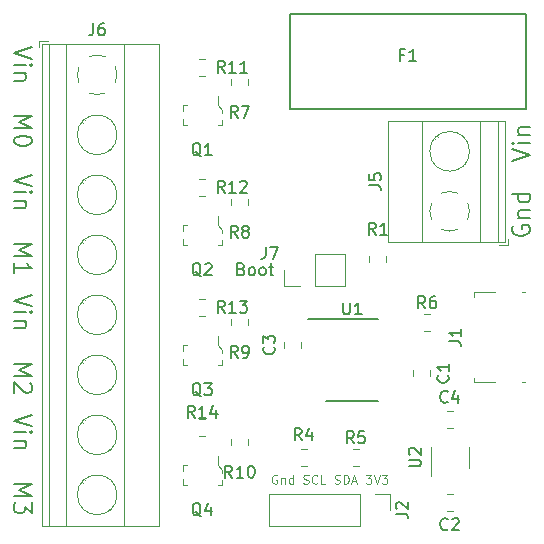
<source format=gbr>
G04 #@! TF.GenerationSoftware,KiCad,Pcbnew,(5.1.5)-3*
G04 #@! TF.CreationDate,2020-01-15T00:30:51-05:00*
G04 #@! TF.ProjectId,STM32 Klipper Expander,53544d33-3220-44b6-9c69-707065722045,rev?*
G04 #@! TF.SameCoordinates,Original*
G04 #@! TF.FileFunction,Legend,Top*
G04 #@! TF.FilePolarity,Positive*
%FSLAX46Y46*%
G04 Gerber Fmt 4.6, Leading zero omitted, Abs format (unit mm)*
G04 Created by KiCad (PCBNEW (5.1.5)-3) date 2020-01-15 00:30:51*
%MOMM*%
%LPD*%
G04 APERTURE LIST*
%ADD10C,0.200000*%
%ADD11C,0.100000*%
%ADD12C,0.120000*%
%ADD13C,0.150000*%
G04 APERTURE END LIST*
D10*
X119835952Y-77703571D02*
X119978809Y-77751190D01*
X120026428Y-77798809D01*
X120074047Y-77894047D01*
X120074047Y-78036904D01*
X120026428Y-78132142D01*
X119978809Y-78179761D01*
X119883571Y-78227380D01*
X119502619Y-78227380D01*
X119502619Y-77227380D01*
X119835952Y-77227380D01*
X119931190Y-77275000D01*
X119978809Y-77322619D01*
X120026428Y-77417857D01*
X120026428Y-77513095D01*
X119978809Y-77608333D01*
X119931190Y-77655952D01*
X119835952Y-77703571D01*
X119502619Y-77703571D01*
X120645476Y-78227380D02*
X120550238Y-78179761D01*
X120502619Y-78132142D01*
X120455000Y-78036904D01*
X120455000Y-77751190D01*
X120502619Y-77655952D01*
X120550238Y-77608333D01*
X120645476Y-77560714D01*
X120788333Y-77560714D01*
X120883571Y-77608333D01*
X120931190Y-77655952D01*
X120978809Y-77751190D01*
X120978809Y-78036904D01*
X120931190Y-78132142D01*
X120883571Y-78179761D01*
X120788333Y-78227380D01*
X120645476Y-78227380D01*
X121550238Y-78227380D02*
X121455000Y-78179761D01*
X121407380Y-78132142D01*
X121359761Y-78036904D01*
X121359761Y-77751190D01*
X121407380Y-77655952D01*
X121455000Y-77608333D01*
X121550238Y-77560714D01*
X121693095Y-77560714D01*
X121788333Y-77608333D01*
X121835952Y-77655952D01*
X121883571Y-77751190D01*
X121883571Y-78036904D01*
X121835952Y-78132142D01*
X121788333Y-78179761D01*
X121693095Y-78227380D01*
X121550238Y-78227380D01*
X122169285Y-77560714D02*
X122550238Y-77560714D01*
X122312142Y-77227380D02*
X122312142Y-78084523D01*
X122359761Y-78179761D01*
X122455000Y-78227380D01*
X122550238Y-78227380D01*
X142811000Y-74067714D02*
X142739571Y-74210571D01*
X142739571Y-74424857D01*
X142811000Y-74639142D01*
X142953857Y-74782000D01*
X143096714Y-74853428D01*
X143382428Y-74924857D01*
X143596714Y-74924857D01*
X143882428Y-74853428D01*
X144025285Y-74782000D01*
X144168142Y-74639142D01*
X144239571Y-74424857D01*
X144239571Y-74282000D01*
X144168142Y-74067714D01*
X144096714Y-73996285D01*
X143596714Y-73996285D01*
X143596714Y-74282000D01*
X143239571Y-73353428D02*
X144239571Y-73353428D01*
X143382428Y-73353428D02*
X143311000Y-73282000D01*
X143239571Y-73139142D01*
X143239571Y-72924857D01*
X143311000Y-72782000D01*
X143453857Y-72710571D01*
X144239571Y-72710571D01*
X144239571Y-71353428D02*
X142739571Y-71353428D01*
X144168142Y-71353428D02*
X144239571Y-71496285D01*
X144239571Y-71782000D01*
X144168142Y-71924857D01*
X144096714Y-71996285D01*
X143953857Y-72067714D01*
X143525285Y-72067714D01*
X143382428Y-71996285D01*
X143311000Y-71924857D01*
X143239571Y-71782000D01*
X143239571Y-71496285D01*
X143311000Y-71353428D01*
X142739571Y-68567714D02*
X144239571Y-68067714D01*
X142739571Y-67567714D01*
X144239571Y-67067714D02*
X143239571Y-67067714D01*
X142739571Y-67067714D02*
X142811000Y-67139142D01*
X142882428Y-67067714D01*
X142811000Y-66996285D01*
X142739571Y-67067714D01*
X142882428Y-67067714D01*
X143239571Y-66353428D02*
X144239571Y-66353428D01*
X143382428Y-66353428D02*
X143311000Y-66282000D01*
X143239571Y-66139142D01*
X143239571Y-65924857D01*
X143311000Y-65782000D01*
X143453857Y-65710571D01*
X144239571Y-65710571D01*
X102091428Y-90035000D02*
X100591428Y-90535000D01*
X102091428Y-91035000D01*
X100591428Y-91535000D02*
X101591428Y-91535000D01*
X102091428Y-91535000D02*
X102020000Y-91463571D01*
X101948571Y-91535000D01*
X102020000Y-91606428D01*
X102091428Y-91535000D01*
X101948571Y-91535000D01*
X101591428Y-92249285D02*
X100591428Y-92249285D01*
X101448571Y-92249285D02*
X101520000Y-92320714D01*
X101591428Y-92463571D01*
X101591428Y-92677857D01*
X101520000Y-92820714D01*
X101377142Y-92892142D01*
X100591428Y-92892142D01*
X100591428Y-95892142D02*
X102091428Y-95892142D01*
X101020000Y-96392142D01*
X102091428Y-96892142D01*
X100591428Y-96892142D01*
X102091428Y-97463571D02*
X102091428Y-98392142D01*
X101520000Y-97892142D01*
X101520000Y-98106428D01*
X101448571Y-98249285D01*
X101377142Y-98320714D01*
X101234285Y-98392142D01*
X100877142Y-98392142D01*
X100734285Y-98320714D01*
X100662857Y-98249285D01*
X100591428Y-98106428D01*
X100591428Y-97677857D01*
X100662857Y-97535000D01*
X100734285Y-97463571D01*
X102091428Y-79875000D02*
X100591428Y-80375000D01*
X102091428Y-80875000D01*
X100591428Y-81375000D02*
X101591428Y-81375000D01*
X102091428Y-81375000D02*
X102020000Y-81303571D01*
X101948571Y-81375000D01*
X102020000Y-81446428D01*
X102091428Y-81375000D01*
X101948571Y-81375000D01*
X101591428Y-82089285D02*
X100591428Y-82089285D01*
X101448571Y-82089285D02*
X101520000Y-82160714D01*
X101591428Y-82303571D01*
X101591428Y-82517857D01*
X101520000Y-82660714D01*
X101377142Y-82732142D01*
X100591428Y-82732142D01*
X100591428Y-85732142D02*
X102091428Y-85732142D01*
X101020000Y-86232142D01*
X102091428Y-86732142D01*
X100591428Y-86732142D01*
X101948571Y-87375000D02*
X102020000Y-87446428D01*
X102091428Y-87589285D01*
X102091428Y-87946428D01*
X102020000Y-88089285D01*
X101948571Y-88160714D01*
X101805714Y-88232142D01*
X101662857Y-88232142D01*
X101448571Y-88160714D01*
X100591428Y-87303571D01*
X100591428Y-88232142D01*
X102091428Y-69715000D02*
X100591428Y-70215000D01*
X102091428Y-70715000D01*
X100591428Y-71215000D02*
X101591428Y-71215000D01*
X102091428Y-71215000D02*
X102020000Y-71143571D01*
X101948571Y-71215000D01*
X102020000Y-71286428D01*
X102091428Y-71215000D01*
X101948571Y-71215000D01*
X101591428Y-71929285D02*
X100591428Y-71929285D01*
X101448571Y-71929285D02*
X101520000Y-72000714D01*
X101591428Y-72143571D01*
X101591428Y-72357857D01*
X101520000Y-72500714D01*
X101377142Y-72572142D01*
X100591428Y-72572142D01*
X100591428Y-75572142D02*
X102091428Y-75572142D01*
X101020000Y-76072142D01*
X102091428Y-76572142D01*
X100591428Y-76572142D01*
X100591428Y-78072142D02*
X100591428Y-77215000D01*
X100591428Y-77643571D02*
X102091428Y-77643571D01*
X101877142Y-77500714D01*
X101734285Y-77357857D01*
X101662857Y-77215000D01*
X102091428Y-58920000D02*
X100591428Y-59420000D01*
X102091428Y-59920000D01*
X100591428Y-60420000D02*
X101591428Y-60420000D01*
X102091428Y-60420000D02*
X102020000Y-60348571D01*
X101948571Y-60420000D01*
X102020000Y-60491428D01*
X102091428Y-60420000D01*
X101948571Y-60420000D01*
X101591428Y-61134285D02*
X100591428Y-61134285D01*
X101448571Y-61134285D02*
X101520000Y-61205714D01*
X101591428Y-61348571D01*
X101591428Y-61562857D01*
X101520000Y-61705714D01*
X101377142Y-61777142D01*
X100591428Y-61777142D01*
X100591428Y-64777142D02*
X102091428Y-64777142D01*
X101020000Y-65277142D01*
X102091428Y-65777142D01*
X100591428Y-65777142D01*
X102091428Y-66777142D02*
X102091428Y-66920000D01*
X102020000Y-67062857D01*
X101948571Y-67134285D01*
X101805714Y-67205714D01*
X101520000Y-67277142D01*
X101162857Y-67277142D01*
X100877142Y-67205714D01*
X100734285Y-67134285D01*
X100662857Y-67062857D01*
X100591428Y-66920000D01*
X100591428Y-66777142D01*
X100662857Y-66634285D01*
X100734285Y-66562857D01*
X100877142Y-66491428D01*
X101162857Y-66420000D01*
X101520000Y-66420000D01*
X101805714Y-66491428D01*
X101948571Y-66562857D01*
X102020000Y-66634285D01*
X102091428Y-66777142D01*
D11*
X122840714Y-95180000D02*
X122769285Y-95144285D01*
X122662142Y-95144285D01*
X122555000Y-95180000D01*
X122483571Y-95251428D01*
X122447857Y-95322857D01*
X122412142Y-95465714D01*
X122412142Y-95572857D01*
X122447857Y-95715714D01*
X122483571Y-95787142D01*
X122555000Y-95858571D01*
X122662142Y-95894285D01*
X122733571Y-95894285D01*
X122840714Y-95858571D01*
X122876428Y-95822857D01*
X122876428Y-95572857D01*
X122733571Y-95572857D01*
X123197857Y-95394285D02*
X123197857Y-95894285D01*
X123197857Y-95465714D02*
X123233571Y-95430000D01*
X123305000Y-95394285D01*
X123412142Y-95394285D01*
X123483571Y-95430000D01*
X123519285Y-95501428D01*
X123519285Y-95894285D01*
X124197857Y-95894285D02*
X124197857Y-95144285D01*
X124197857Y-95858571D02*
X124126428Y-95894285D01*
X123983571Y-95894285D01*
X123912142Y-95858571D01*
X123876428Y-95822857D01*
X123840714Y-95751428D01*
X123840714Y-95537142D01*
X123876428Y-95465714D01*
X123912142Y-95430000D01*
X123983571Y-95394285D01*
X124126428Y-95394285D01*
X124197857Y-95430000D01*
X125090714Y-95858571D02*
X125197857Y-95894285D01*
X125376428Y-95894285D01*
X125447857Y-95858571D01*
X125483571Y-95822857D01*
X125519285Y-95751428D01*
X125519285Y-95680000D01*
X125483571Y-95608571D01*
X125447857Y-95572857D01*
X125376428Y-95537142D01*
X125233571Y-95501428D01*
X125162142Y-95465714D01*
X125126428Y-95430000D01*
X125090714Y-95358571D01*
X125090714Y-95287142D01*
X125126428Y-95215714D01*
X125162142Y-95180000D01*
X125233571Y-95144285D01*
X125412142Y-95144285D01*
X125519285Y-95180000D01*
X126269285Y-95822857D02*
X126233571Y-95858571D01*
X126126428Y-95894285D01*
X126055000Y-95894285D01*
X125947857Y-95858571D01*
X125876428Y-95787142D01*
X125840714Y-95715714D01*
X125805000Y-95572857D01*
X125805000Y-95465714D01*
X125840714Y-95322857D01*
X125876428Y-95251428D01*
X125947857Y-95180000D01*
X126055000Y-95144285D01*
X126126428Y-95144285D01*
X126233571Y-95180000D01*
X126269285Y-95215714D01*
X126947857Y-95894285D02*
X126590714Y-95894285D01*
X126590714Y-95144285D01*
X127733571Y-95858571D02*
X127840714Y-95894285D01*
X128019285Y-95894285D01*
X128090714Y-95858571D01*
X128126428Y-95822857D01*
X128162142Y-95751428D01*
X128162142Y-95680000D01*
X128126428Y-95608571D01*
X128090714Y-95572857D01*
X128019285Y-95537142D01*
X127876428Y-95501428D01*
X127805000Y-95465714D01*
X127769285Y-95430000D01*
X127733571Y-95358571D01*
X127733571Y-95287142D01*
X127769285Y-95215714D01*
X127805000Y-95180000D01*
X127876428Y-95144285D01*
X128055000Y-95144285D01*
X128162142Y-95180000D01*
X128483571Y-95894285D02*
X128483571Y-95144285D01*
X128662142Y-95144285D01*
X128769285Y-95180000D01*
X128840714Y-95251428D01*
X128876428Y-95322857D01*
X128912142Y-95465714D01*
X128912142Y-95572857D01*
X128876428Y-95715714D01*
X128840714Y-95787142D01*
X128769285Y-95858571D01*
X128662142Y-95894285D01*
X128483571Y-95894285D01*
X129197857Y-95680000D02*
X129555000Y-95680000D01*
X129126428Y-95894285D02*
X129376428Y-95144285D01*
X129626428Y-95894285D01*
X130376428Y-95144285D02*
X130840714Y-95144285D01*
X130590714Y-95430000D01*
X130697857Y-95430000D01*
X130769285Y-95465714D01*
X130805000Y-95501428D01*
X130840714Y-95572857D01*
X130840714Y-95751428D01*
X130805000Y-95822857D01*
X130769285Y-95858571D01*
X130697857Y-95894285D01*
X130483571Y-95894285D01*
X130412142Y-95858571D01*
X130376428Y-95822857D01*
X131055000Y-95144285D02*
X131305000Y-95894285D01*
X131555000Y-95144285D01*
X131733571Y-95144285D02*
X132197857Y-95144285D01*
X131947857Y-95430000D01*
X132055000Y-95430000D01*
X132126428Y-95465714D01*
X132162142Y-95501428D01*
X132197857Y-95572857D01*
X132197857Y-95751428D01*
X132162142Y-95822857D01*
X132126428Y-95858571D01*
X132055000Y-95894285D01*
X131840714Y-95894285D01*
X131769285Y-95858571D01*
X131733571Y-95822857D01*
D12*
X123435000Y-79105000D02*
X123435000Y-77775000D01*
X124765000Y-79105000D02*
X123435000Y-79105000D01*
X126035000Y-79105000D02*
X126035000Y-76445000D01*
X126035000Y-76445000D02*
X128635000Y-76445000D01*
X126035000Y-79105000D02*
X128635000Y-79105000D01*
X128635000Y-79105000D02*
X128635000Y-76445000D01*
X142365000Y-75662000D02*
X142365000Y-75162000D01*
X141625000Y-75662000D02*
X142365000Y-75662000D01*
X138488000Y-68969000D02*
X138534000Y-69016000D01*
X136190000Y-66672000D02*
X136226000Y-66707000D01*
X138704000Y-68776000D02*
X138739000Y-68811000D01*
X136396000Y-66467000D02*
X136442000Y-66514000D01*
X132204000Y-65142000D02*
X142125000Y-65142000D01*
X132204000Y-75422000D02*
X142125000Y-75422000D01*
X142125000Y-75422000D02*
X142125000Y-65142000D01*
X132204000Y-75422000D02*
X132204000Y-65142000D01*
X135164000Y-75422000D02*
X135164000Y-65142000D01*
X140065000Y-75422000D02*
X140065000Y-65142000D01*
X141565000Y-75422000D02*
X141565000Y-65142000D01*
X139145000Y-67742000D02*
G75*
G03X139145000Y-67742000I-1680000J0D01*
G01*
X139145253Y-72793195D02*
G75*
G02X139000000Y-73506000I-1680253J-28805D01*
G01*
X138148042Y-74357426D02*
G75*
G02X136781000Y-74357000I-683042J1535426D01*
G01*
X135929574Y-73505042D02*
G75*
G02X135930000Y-72138000I1535426J683042D01*
G01*
X136781958Y-71286574D02*
G75*
G02X138149000Y-71287000I683042J-1535426D01*
G01*
X138999756Y-72138682D02*
G75*
G02X139145000Y-72822000I-1534756J-683318D01*
G01*
X106085244Y-61948318D02*
G75*
G02X105940000Y-61265000I1534756J683318D01*
G01*
X108303042Y-62800426D02*
G75*
G02X106936000Y-62800000I-683042J1535426D01*
G01*
X109155426Y-60581958D02*
G75*
G02X109155000Y-61949000I-1535426J-683042D01*
G01*
X106936958Y-59729574D02*
G75*
G02X108304000Y-59730000I683042J-1535426D01*
G01*
X105939747Y-61293805D02*
G75*
G02X106085000Y-60581000I1680253J28805D01*
G01*
X109300000Y-66345000D02*
G75*
G03X109300000Y-66345000I-1680000J0D01*
G01*
X109300000Y-71425000D02*
G75*
G03X109300000Y-71425000I-1680000J0D01*
G01*
X109300000Y-76505000D02*
G75*
G03X109300000Y-76505000I-1680000J0D01*
G01*
X109300000Y-81585000D02*
G75*
G03X109300000Y-81585000I-1680000J0D01*
G01*
X109300000Y-86665000D02*
G75*
G03X109300000Y-86665000I-1680000J0D01*
G01*
X109300000Y-91745000D02*
G75*
G03X109300000Y-91745000I-1680000J0D01*
G01*
X109300000Y-96825000D02*
G75*
G03X109300000Y-96825000I-1680000J0D01*
G01*
X103520000Y-58665000D02*
X103520000Y-99425000D01*
X105020000Y-58665000D02*
X105020000Y-99425000D01*
X109921000Y-58665000D02*
X109921000Y-99425000D01*
X112881000Y-58665000D02*
X112881000Y-99425000D01*
X102960000Y-58665000D02*
X102960000Y-99425000D01*
X112881000Y-58665000D02*
X102960000Y-58665000D01*
X112881000Y-99425000D02*
X102960000Y-99425000D01*
X108689000Y-67620000D02*
X108643000Y-67573000D01*
X106381000Y-65311000D02*
X106346000Y-65276000D01*
X108895000Y-67415000D02*
X108859000Y-67380000D01*
X106597000Y-65118000D02*
X106551000Y-65071000D01*
X108689000Y-72700000D02*
X108643000Y-72653000D01*
X106381000Y-70391000D02*
X106346000Y-70356000D01*
X108895000Y-72495000D02*
X108859000Y-72460000D01*
X106597000Y-70198000D02*
X106551000Y-70151000D01*
X108689000Y-77780000D02*
X108643000Y-77733000D01*
X106381000Y-75471000D02*
X106346000Y-75436000D01*
X108895000Y-77575000D02*
X108859000Y-77540000D01*
X106597000Y-75278000D02*
X106551000Y-75231000D01*
X108689000Y-82860000D02*
X108643000Y-82813000D01*
X106381000Y-80551000D02*
X106346000Y-80516000D01*
X108895000Y-82655000D02*
X108859000Y-82620000D01*
X106597000Y-80358000D02*
X106551000Y-80311000D01*
X108689000Y-87940000D02*
X108643000Y-87893000D01*
X106381000Y-85631000D02*
X106346000Y-85596000D01*
X108895000Y-87735000D02*
X108859000Y-87700000D01*
X106597000Y-85438000D02*
X106551000Y-85391000D01*
X108689000Y-93020000D02*
X108643000Y-92973000D01*
X106381000Y-90711000D02*
X106346000Y-90676000D01*
X108895000Y-92815000D02*
X108859000Y-92780000D01*
X106597000Y-90518000D02*
X106551000Y-90471000D01*
X108689000Y-98100000D02*
X108643000Y-98053000D01*
X106381000Y-95791000D02*
X106346000Y-95756000D01*
X108895000Y-97895000D02*
X108859000Y-97860000D01*
X106597000Y-95598000D02*
X106551000Y-95551000D01*
X103460000Y-58425000D02*
X102720000Y-58425000D01*
X102720000Y-58425000D02*
X102720000Y-58925000D01*
D13*
X123909000Y-56122000D02*
X123909000Y-64122000D01*
X143909000Y-56122000D02*
X123909000Y-56122000D01*
X143909000Y-64122000D02*
X143909000Y-56122000D01*
X123909000Y-64122000D02*
X143909000Y-64122000D01*
D12*
X120395000Y-81961422D02*
X120395000Y-82478578D01*
X118975000Y-81961422D02*
X118975000Y-82478578D01*
X120395000Y-92121422D02*
X120395000Y-92638578D01*
X118975000Y-92121422D02*
X118975000Y-92638578D01*
X120395000Y-71801422D02*
X120395000Y-72318578D01*
X118975000Y-71801422D02*
X118975000Y-72318578D01*
X118975000Y-61641422D02*
X118975000Y-62158578D01*
X120395000Y-61641422D02*
X120395000Y-62158578D01*
X129253922Y-94360000D02*
X129771078Y-94360000D01*
X129253922Y-92940000D02*
X129771078Y-92940000D01*
X125356078Y-92940000D02*
X124838922Y-92940000D01*
X125356078Y-94360000D02*
X124838922Y-94360000D01*
X116251422Y-90400000D02*
X116768578Y-90400000D01*
X116251422Y-91820000D02*
X116768578Y-91820000D01*
D11*
X118160000Y-94965000D02*
X118160000Y-94690000D01*
X118160000Y-94690000D02*
X117885000Y-94315000D01*
X117885000Y-94315000D02*
X117835000Y-94315000D01*
X117835000Y-94315000D02*
X117835000Y-93540000D01*
X114860000Y-94790000D02*
X114860000Y-94315000D01*
X114860000Y-94315000D02*
X115210000Y-94315000D01*
X115085000Y-95965000D02*
X115210000Y-95965000D01*
X115160000Y-95965000D02*
X114860000Y-95965000D01*
X114860000Y-95965000D02*
X114860000Y-95515000D01*
X118160000Y-95590000D02*
X118160000Y-95965000D01*
X118160000Y-95965000D02*
X117860000Y-95965000D01*
D12*
X116251422Y-80240000D02*
X116768578Y-80240000D01*
X116251422Y-81660000D02*
X116768578Y-81660000D01*
D11*
X118160000Y-84805000D02*
X118160000Y-84530000D01*
X118160000Y-84530000D02*
X117885000Y-84155000D01*
X117885000Y-84155000D02*
X117835000Y-84155000D01*
X117835000Y-84155000D02*
X117835000Y-83380000D01*
X114860000Y-84630000D02*
X114860000Y-84155000D01*
X114860000Y-84155000D02*
X115210000Y-84155000D01*
X115085000Y-85805000D02*
X115210000Y-85805000D01*
X115160000Y-85805000D02*
X114860000Y-85805000D01*
X114860000Y-85805000D02*
X114860000Y-85355000D01*
X118160000Y-85430000D02*
X118160000Y-85805000D01*
X118160000Y-85805000D02*
X117860000Y-85805000D01*
D12*
X116251422Y-70080000D02*
X116768578Y-70080000D01*
X116251422Y-71500000D02*
X116768578Y-71500000D01*
D11*
X118160000Y-74645000D02*
X118160000Y-74370000D01*
X118160000Y-74370000D02*
X117885000Y-73995000D01*
X117885000Y-73995000D02*
X117835000Y-73995000D01*
X117835000Y-73995000D02*
X117835000Y-73220000D01*
X114860000Y-74470000D02*
X114860000Y-73995000D01*
X114860000Y-73995000D02*
X115210000Y-73995000D01*
X115085000Y-75645000D02*
X115210000Y-75645000D01*
X115160000Y-75645000D02*
X114860000Y-75645000D01*
X114860000Y-75645000D02*
X114860000Y-75195000D01*
X118160000Y-75270000D02*
X118160000Y-75645000D01*
X118160000Y-75645000D02*
X117860000Y-75645000D01*
D12*
X116251422Y-61340000D02*
X116768578Y-61340000D01*
X116251422Y-59920000D02*
X116768578Y-59920000D01*
D11*
X118160000Y-65485000D02*
X117860000Y-65485000D01*
X118160000Y-65110000D02*
X118160000Y-65485000D01*
X114860000Y-65485000D02*
X114860000Y-65035000D01*
X115160000Y-65485000D02*
X114860000Y-65485000D01*
X115085000Y-65485000D02*
X115210000Y-65485000D01*
X114860000Y-63835000D02*
X115210000Y-63835000D01*
X114860000Y-64310000D02*
X114860000Y-63835000D01*
X117835000Y-63835000D02*
X117835000Y-63060000D01*
X117885000Y-63835000D02*
X117835000Y-63835000D01*
X118160000Y-64210000D02*
X117885000Y-63835000D01*
X118160000Y-64485000D02*
X118160000Y-64210000D01*
D12*
X135855000Y-92750000D02*
X135855000Y-95200000D01*
X139075000Y-94550000D02*
X139075000Y-92750000D01*
D13*
X125460000Y-81945000D02*
X131435000Y-81945000D01*
X126985000Y-88845000D02*
X131435000Y-88845000D01*
D12*
X135301422Y-82930000D02*
X135818578Y-82930000D01*
X135301422Y-81510000D02*
X135818578Y-81510000D01*
X132079000Y-76627422D02*
X132079000Y-77144578D01*
X130659000Y-76627422D02*
X130659000Y-77144578D01*
X143875000Y-87300000D02*
X143615000Y-87300000D01*
X141335000Y-87300000D02*
X139565000Y-87300000D01*
X139565000Y-87300000D02*
X139565000Y-86920000D01*
X139565000Y-79680000D02*
X141335000Y-79680000D01*
X143615000Y-79680000D02*
X143875000Y-79680000D01*
X139565000Y-79680000D02*
X139565000Y-80060000D01*
X132445000Y-96765000D02*
X132445000Y-98095000D01*
X131115000Y-96765000D02*
X132445000Y-96765000D01*
X129845000Y-96765000D02*
X129845000Y-99425000D01*
X129845000Y-99425000D02*
X122165000Y-99425000D01*
X129845000Y-96765000D02*
X122165000Y-96765000D01*
X122165000Y-96765000D02*
X122165000Y-99425000D01*
X137723578Y-89765000D02*
X137206422Y-89765000D01*
X137723578Y-91185000D02*
X137206422Y-91185000D01*
X123420000Y-83866422D02*
X123420000Y-84383578D01*
X124840000Y-83866422D02*
X124840000Y-84383578D01*
X137206422Y-98170000D02*
X137723578Y-98170000D01*
X137206422Y-96750000D02*
X137723578Y-96750000D01*
X135762000Y-86796578D02*
X135762000Y-86279422D01*
X134342000Y-86796578D02*
X134342000Y-86279422D01*
D13*
X121891666Y-75830380D02*
X121891666Y-76544666D01*
X121844047Y-76687523D01*
X121748809Y-76782761D01*
X121605952Y-76830380D01*
X121510714Y-76830380D01*
X122272619Y-75830380D02*
X122939285Y-75830380D01*
X122510714Y-76830380D01*
X130657380Y-70615333D02*
X131371666Y-70615333D01*
X131514523Y-70662952D01*
X131609761Y-70758190D01*
X131657380Y-70901047D01*
X131657380Y-70996285D01*
X130657380Y-69662952D02*
X130657380Y-70139142D01*
X131133571Y-70186761D01*
X131085952Y-70139142D01*
X131038333Y-70043904D01*
X131038333Y-69805809D01*
X131085952Y-69710571D01*
X131133571Y-69662952D01*
X131228809Y-69615333D01*
X131466904Y-69615333D01*
X131562142Y-69662952D01*
X131609761Y-69710571D01*
X131657380Y-69805809D01*
X131657380Y-70043904D01*
X131609761Y-70139142D01*
X131562142Y-70186761D01*
X107286666Y-56907380D02*
X107286666Y-57621666D01*
X107239047Y-57764523D01*
X107143809Y-57859761D01*
X107000952Y-57907380D01*
X106905714Y-57907380D01*
X108191428Y-56907380D02*
X108000952Y-56907380D01*
X107905714Y-56955000D01*
X107858095Y-57002619D01*
X107762857Y-57145476D01*
X107715238Y-57335952D01*
X107715238Y-57716904D01*
X107762857Y-57812142D01*
X107810476Y-57859761D01*
X107905714Y-57907380D01*
X108096190Y-57907380D01*
X108191428Y-57859761D01*
X108239047Y-57812142D01*
X108286666Y-57716904D01*
X108286666Y-57478809D01*
X108239047Y-57383571D01*
X108191428Y-57335952D01*
X108096190Y-57288333D01*
X107905714Y-57288333D01*
X107810476Y-57335952D01*
X107762857Y-57383571D01*
X107715238Y-57478809D01*
X133575666Y-59550571D02*
X133242333Y-59550571D01*
X133242333Y-60074380D02*
X133242333Y-59074380D01*
X133718523Y-59074380D01*
X134623285Y-60074380D02*
X134051857Y-60074380D01*
X134337571Y-60074380D02*
X134337571Y-59074380D01*
X134242333Y-59217238D01*
X134147095Y-59312476D01*
X134051857Y-59360095D01*
X119518333Y-85212380D02*
X119185000Y-84736190D01*
X118946904Y-85212380D02*
X118946904Y-84212380D01*
X119327857Y-84212380D01*
X119423095Y-84260000D01*
X119470714Y-84307619D01*
X119518333Y-84402857D01*
X119518333Y-84545714D01*
X119470714Y-84640952D01*
X119423095Y-84688571D01*
X119327857Y-84736190D01*
X118946904Y-84736190D01*
X119994523Y-85212380D02*
X120185000Y-85212380D01*
X120280238Y-85164761D01*
X120327857Y-85117142D01*
X120423095Y-84974285D01*
X120470714Y-84783809D01*
X120470714Y-84402857D01*
X120423095Y-84307619D01*
X120375476Y-84260000D01*
X120280238Y-84212380D01*
X120089761Y-84212380D01*
X119994523Y-84260000D01*
X119946904Y-84307619D01*
X119899285Y-84402857D01*
X119899285Y-84640952D01*
X119946904Y-84736190D01*
X119994523Y-84783809D01*
X120089761Y-84831428D01*
X120280238Y-84831428D01*
X120375476Y-84783809D01*
X120423095Y-84736190D01*
X120470714Y-84640952D01*
X119042142Y-95372380D02*
X118708809Y-94896190D01*
X118470714Y-95372380D02*
X118470714Y-94372380D01*
X118851666Y-94372380D01*
X118946904Y-94420000D01*
X118994523Y-94467619D01*
X119042142Y-94562857D01*
X119042142Y-94705714D01*
X118994523Y-94800952D01*
X118946904Y-94848571D01*
X118851666Y-94896190D01*
X118470714Y-94896190D01*
X119994523Y-95372380D02*
X119423095Y-95372380D01*
X119708809Y-95372380D02*
X119708809Y-94372380D01*
X119613571Y-94515238D01*
X119518333Y-94610476D01*
X119423095Y-94658095D01*
X120613571Y-94372380D02*
X120708809Y-94372380D01*
X120804047Y-94420000D01*
X120851666Y-94467619D01*
X120899285Y-94562857D01*
X120946904Y-94753333D01*
X120946904Y-94991428D01*
X120899285Y-95181904D01*
X120851666Y-95277142D01*
X120804047Y-95324761D01*
X120708809Y-95372380D01*
X120613571Y-95372380D01*
X120518333Y-95324761D01*
X120470714Y-95277142D01*
X120423095Y-95181904D01*
X120375476Y-94991428D01*
X120375476Y-94753333D01*
X120423095Y-94562857D01*
X120470714Y-94467619D01*
X120518333Y-94420000D01*
X120613571Y-94372380D01*
X119518333Y-75052380D02*
X119185000Y-74576190D01*
X118946904Y-75052380D02*
X118946904Y-74052380D01*
X119327857Y-74052380D01*
X119423095Y-74100000D01*
X119470714Y-74147619D01*
X119518333Y-74242857D01*
X119518333Y-74385714D01*
X119470714Y-74480952D01*
X119423095Y-74528571D01*
X119327857Y-74576190D01*
X118946904Y-74576190D01*
X120089761Y-74480952D02*
X119994523Y-74433333D01*
X119946904Y-74385714D01*
X119899285Y-74290476D01*
X119899285Y-74242857D01*
X119946904Y-74147619D01*
X119994523Y-74100000D01*
X120089761Y-74052380D01*
X120280238Y-74052380D01*
X120375476Y-74100000D01*
X120423095Y-74147619D01*
X120470714Y-74242857D01*
X120470714Y-74290476D01*
X120423095Y-74385714D01*
X120375476Y-74433333D01*
X120280238Y-74480952D01*
X120089761Y-74480952D01*
X119994523Y-74528571D01*
X119946904Y-74576190D01*
X119899285Y-74671428D01*
X119899285Y-74861904D01*
X119946904Y-74957142D01*
X119994523Y-75004761D01*
X120089761Y-75052380D01*
X120280238Y-75052380D01*
X120375476Y-75004761D01*
X120423095Y-74957142D01*
X120470714Y-74861904D01*
X120470714Y-74671428D01*
X120423095Y-74576190D01*
X120375476Y-74528571D01*
X120280238Y-74480952D01*
X119518333Y-64892380D02*
X119185000Y-64416190D01*
X118946904Y-64892380D02*
X118946904Y-63892380D01*
X119327857Y-63892380D01*
X119423095Y-63940000D01*
X119470714Y-63987619D01*
X119518333Y-64082857D01*
X119518333Y-64225714D01*
X119470714Y-64320952D01*
X119423095Y-64368571D01*
X119327857Y-64416190D01*
X118946904Y-64416190D01*
X119851666Y-63892380D02*
X120518333Y-63892380D01*
X120089761Y-64892380D01*
X129345833Y-92452380D02*
X129012500Y-91976190D01*
X128774404Y-92452380D02*
X128774404Y-91452380D01*
X129155357Y-91452380D01*
X129250595Y-91500000D01*
X129298214Y-91547619D01*
X129345833Y-91642857D01*
X129345833Y-91785714D01*
X129298214Y-91880952D01*
X129250595Y-91928571D01*
X129155357Y-91976190D01*
X128774404Y-91976190D01*
X130250595Y-91452380D02*
X129774404Y-91452380D01*
X129726785Y-91928571D01*
X129774404Y-91880952D01*
X129869642Y-91833333D01*
X130107738Y-91833333D01*
X130202976Y-91880952D01*
X130250595Y-91928571D01*
X130298214Y-92023809D01*
X130298214Y-92261904D01*
X130250595Y-92357142D01*
X130202976Y-92404761D01*
X130107738Y-92452380D01*
X129869642Y-92452380D01*
X129774404Y-92404761D01*
X129726785Y-92357142D01*
X124930833Y-92197380D02*
X124597500Y-91721190D01*
X124359404Y-92197380D02*
X124359404Y-91197380D01*
X124740357Y-91197380D01*
X124835595Y-91245000D01*
X124883214Y-91292619D01*
X124930833Y-91387857D01*
X124930833Y-91530714D01*
X124883214Y-91625952D01*
X124835595Y-91673571D01*
X124740357Y-91721190D01*
X124359404Y-91721190D01*
X125787976Y-91530714D02*
X125787976Y-92197380D01*
X125549880Y-91149761D02*
X125311785Y-91864047D01*
X125930833Y-91864047D01*
X115867142Y-90292380D02*
X115533809Y-89816190D01*
X115295714Y-90292380D02*
X115295714Y-89292380D01*
X115676666Y-89292380D01*
X115771904Y-89340000D01*
X115819523Y-89387619D01*
X115867142Y-89482857D01*
X115867142Y-89625714D01*
X115819523Y-89720952D01*
X115771904Y-89768571D01*
X115676666Y-89816190D01*
X115295714Y-89816190D01*
X116819523Y-90292380D02*
X116248095Y-90292380D01*
X116533809Y-90292380D02*
X116533809Y-89292380D01*
X116438571Y-89435238D01*
X116343333Y-89530476D01*
X116248095Y-89578095D01*
X117676666Y-89625714D02*
X117676666Y-90292380D01*
X117438571Y-89244761D02*
X117200476Y-89959047D01*
X117819523Y-89959047D01*
X116414761Y-98642619D02*
X116319523Y-98595000D01*
X116224285Y-98499761D01*
X116081428Y-98356904D01*
X115986190Y-98309285D01*
X115890952Y-98309285D01*
X115938571Y-98547380D02*
X115843333Y-98499761D01*
X115748095Y-98404523D01*
X115700476Y-98214047D01*
X115700476Y-97880714D01*
X115748095Y-97690238D01*
X115843333Y-97595000D01*
X115938571Y-97547380D01*
X116129047Y-97547380D01*
X116224285Y-97595000D01*
X116319523Y-97690238D01*
X116367142Y-97880714D01*
X116367142Y-98214047D01*
X116319523Y-98404523D01*
X116224285Y-98499761D01*
X116129047Y-98547380D01*
X115938571Y-98547380D01*
X117224285Y-97880714D02*
X117224285Y-98547380D01*
X116986190Y-97499761D02*
X116748095Y-98214047D01*
X117367142Y-98214047D01*
X118407142Y-81402380D02*
X118073809Y-80926190D01*
X117835714Y-81402380D02*
X117835714Y-80402380D01*
X118216666Y-80402380D01*
X118311904Y-80450000D01*
X118359523Y-80497619D01*
X118407142Y-80592857D01*
X118407142Y-80735714D01*
X118359523Y-80830952D01*
X118311904Y-80878571D01*
X118216666Y-80926190D01*
X117835714Y-80926190D01*
X119359523Y-81402380D02*
X118788095Y-81402380D01*
X119073809Y-81402380D02*
X119073809Y-80402380D01*
X118978571Y-80545238D01*
X118883333Y-80640476D01*
X118788095Y-80688095D01*
X119692857Y-80402380D02*
X120311904Y-80402380D01*
X119978571Y-80783333D01*
X120121428Y-80783333D01*
X120216666Y-80830952D01*
X120264285Y-80878571D01*
X120311904Y-80973809D01*
X120311904Y-81211904D01*
X120264285Y-81307142D01*
X120216666Y-81354761D01*
X120121428Y-81402380D01*
X119835714Y-81402380D01*
X119740476Y-81354761D01*
X119692857Y-81307142D01*
X116414761Y-88482619D02*
X116319523Y-88435000D01*
X116224285Y-88339761D01*
X116081428Y-88196904D01*
X115986190Y-88149285D01*
X115890952Y-88149285D01*
X115938571Y-88387380D02*
X115843333Y-88339761D01*
X115748095Y-88244523D01*
X115700476Y-88054047D01*
X115700476Y-87720714D01*
X115748095Y-87530238D01*
X115843333Y-87435000D01*
X115938571Y-87387380D01*
X116129047Y-87387380D01*
X116224285Y-87435000D01*
X116319523Y-87530238D01*
X116367142Y-87720714D01*
X116367142Y-88054047D01*
X116319523Y-88244523D01*
X116224285Y-88339761D01*
X116129047Y-88387380D01*
X115938571Y-88387380D01*
X116700476Y-87387380D02*
X117319523Y-87387380D01*
X116986190Y-87768333D01*
X117129047Y-87768333D01*
X117224285Y-87815952D01*
X117271904Y-87863571D01*
X117319523Y-87958809D01*
X117319523Y-88196904D01*
X117271904Y-88292142D01*
X117224285Y-88339761D01*
X117129047Y-88387380D01*
X116843333Y-88387380D01*
X116748095Y-88339761D01*
X116700476Y-88292142D01*
X118407142Y-71242380D02*
X118073809Y-70766190D01*
X117835714Y-71242380D02*
X117835714Y-70242380D01*
X118216666Y-70242380D01*
X118311904Y-70290000D01*
X118359523Y-70337619D01*
X118407142Y-70432857D01*
X118407142Y-70575714D01*
X118359523Y-70670952D01*
X118311904Y-70718571D01*
X118216666Y-70766190D01*
X117835714Y-70766190D01*
X119359523Y-71242380D02*
X118788095Y-71242380D01*
X119073809Y-71242380D02*
X119073809Y-70242380D01*
X118978571Y-70385238D01*
X118883333Y-70480476D01*
X118788095Y-70528095D01*
X119740476Y-70337619D02*
X119788095Y-70290000D01*
X119883333Y-70242380D01*
X120121428Y-70242380D01*
X120216666Y-70290000D01*
X120264285Y-70337619D01*
X120311904Y-70432857D01*
X120311904Y-70528095D01*
X120264285Y-70670952D01*
X119692857Y-71242380D01*
X120311904Y-71242380D01*
X116414761Y-78322619D02*
X116319523Y-78275000D01*
X116224285Y-78179761D01*
X116081428Y-78036904D01*
X115986190Y-77989285D01*
X115890952Y-77989285D01*
X115938571Y-78227380D02*
X115843333Y-78179761D01*
X115748095Y-78084523D01*
X115700476Y-77894047D01*
X115700476Y-77560714D01*
X115748095Y-77370238D01*
X115843333Y-77275000D01*
X115938571Y-77227380D01*
X116129047Y-77227380D01*
X116224285Y-77275000D01*
X116319523Y-77370238D01*
X116367142Y-77560714D01*
X116367142Y-77894047D01*
X116319523Y-78084523D01*
X116224285Y-78179761D01*
X116129047Y-78227380D01*
X115938571Y-78227380D01*
X116748095Y-77322619D02*
X116795714Y-77275000D01*
X116890952Y-77227380D01*
X117129047Y-77227380D01*
X117224285Y-77275000D01*
X117271904Y-77322619D01*
X117319523Y-77417857D01*
X117319523Y-77513095D01*
X117271904Y-77655952D01*
X116700476Y-78227380D01*
X117319523Y-78227380D01*
X118407142Y-61082380D02*
X118073809Y-60606190D01*
X117835714Y-61082380D02*
X117835714Y-60082380D01*
X118216666Y-60082380D01*
X118311904Y-60130000D01*
X118359523Y-60177619D01*
X118407142Y-60272857D01*
X118407142Y-60415714D01*
X118359523Y-60510952D01*
X118311904Y-60558571D01*
X118216666Y-60606190D01*
X117835714Y-60606190D01*
X119359523Y-61082380D02*
X118788095Y-61082380D01*
X119073809Y-61082380D02*
X119073809Y-60082380D01*
X118978571Y-60225238D01*
X118883333Y-60320476D01*
X118788095Y-60368095D01*
X120311904Y-61082380D02*
X119740476Y-61082380D01*
X120026190Y-61082380D02*
X120026190Y-60082380D01*
X119930952Y-60225238D01*
X119835714Y-60320476D01*
X119740476Y-60368095D01*
X116414761Y-68162619D02*
X116319523Y-68115000D01*
X116224285Y-68019761D01*
X116081428Y-67876904D01*
X115986190Y-67829285D01*
X115890952Y-67829285D01*
X115938571Y-68067380D02*
X115843333Y-68019761D01*
X115748095Y-67924523D01*
X115700476Y-67734047D01*
X115700476Y-67400714D01*
X115748095Y-67210238D01*
X115843333Y-67115000D01*
X115938571Y-67067380D01*
X116129047Y-67067380D01*
X116224285Y-67115000D01*
X116319523Y-67210238D01*
X116367142Y-67400714D01*
X116367142Y-67734047D01*
X116319523Y-67924523D01*
X116224285Y-68019761D01*
X116129047Y-68067380D01*
X115938571Y-68067380D01*
X117319523Y-68067380D02*
X116748095Y-68067380D01*
X117033809Y-68067380D02*
X117033809Y-67067380D01*
X116938571Y-67210238D01*
X116843333Y-67305476D01*
X116748095Y-67353095D01*
X134017380Y-94411904D02*
X134826904Y-94411904D01*
X134922142Y-94364285D01*
X134969761Y-94316666D01*
X135017380Y-94221428D01*
X135017380Y-94030952D01*
X134969761Y-93935714D01*
X134922142Y-93888095D01*
X134826904Y-93840476D01*
X134017380Y-93840476D01*
X134112619Y-93411904D02*
X134065000Y-93364285D01*
X134017380Y-93269047D01*
X134017380Y-93030952D01*
X134065000Y-92935714D01*
X134112619Y-92888095D01*
X134207857Y-92840476D01*
X134303095Y-92840476D01*
X134445952Y-92888095D01*
X135017380Y-93459523D01*
X135017380Y-92840476D01*
X128448095Y-80547380D02*
X128448095Y-81356904D01*
X128495714Y-81452142D01*
X128543333Y-81499761D01*
X128638571Y-81547380D01*
X128829047Y-81547380D01*
X128924285Y-81499761D01*
X128971904Y-81452142D01*
X129019523Y-81356904D01*
X129019523Y-80547380D01*
X130019523Y-81547380D02*
X129448095Y-81547380D01*
X129733809Y-81547380D02*
X129733809Y-80547380D01*
X129638571Y-80690238D01*
X129543333Y-80785476D01*
X129448095Y-80833095D01*
X135393333Y-81022380D02*
X135060000Y-80546190D01*
X134821904Y-81022380D02*
X134821904Y-80022380D01*
X135202857Y-80022380D01*
X135298095Y-80070000D01*
X135345714Y-80117619D01*
X135393333Y-80212857D01*
X135393333Y-80355714D01*
X135345714Y-80450952D01*
X135298095Y-80498571D01*
X135202857Y-80546190D01*
X134821904Y-80546190D01*
X136250476Y-80022380D02*
X136060000Y-80022380D01*
X135964761Y-80070000D01*
X135917142Y-80117619D01*
X135821904Y-80260476D01*
X135774285Y-80450952D01*
X135774285Y-80831904D01*
X135821904Y-80927142D01*
X135869523Y-80974761D01*
X135964761Y-81022380D01*
X136155238Y-81022380D01*
X136250476Y-80974761D01*
X136298095Y-80927142D01*
X136345714Y-80831904D01*
X136345714Y-80593809D01*
X136298095Y-80498571D01*
X136250476Y-80450952D01*
X136155238Y-80403333D01*
X135964761Y-80403333D01*
X135869523Y-80450952D01*
X135821904Y-80498571D01*
X135774285Y-80593809D01*
X131202333Y-74798380D02*
X130869000Y-74322190D01*
X130630904Y-74798380D02*
X130630904Y-73798380D01*
X131011857Y-73798380D01*
X131107095Y-73846000D01*
X131154714Y-73893619D01*
X131202333Y-73988857D01*
X131202333Y-74131714D01*
X131154714Y-74226952D01*
X131107095Y-74274571D01*
X131011857Y-74322190D01*
X130630904Y-74322190D01*
X132154714Y-74798380D02*
X131583285Y-74798380D01*
X131869000Y-74798380D02*
X131869000Y-73798380D01*
X131773761Y-73941238D01*
X131678523Y-74036476D01*
X131583285Y-74084095D01*
X137427380Y-83823333D02*
X138141666Y-83823333D01*
X138284523Y-83870952D01*
X138379761Y-83966190D01*
X138427380Y-84109047D01*
X138427380Y-84204285D01*
X138427380Y-82823333D02*
X138427380Y-83394761D01*
X138427380Y-83109047D02*
X137427380Y-83109047D01*
X137570238Y-83204285D01*
X137665476Y-83299523D01*
X137713095Y-83394761D01*
X132897380Y-98428333D02*
X133611666Y-98428333D01*
X133754523Y-98475952D01*
X133849761Y-98571190D01*
X133897380Y-98714047D01*
X133897380Y-98809285D01*
X132992619Y-97999761D02*
X132945000Y-97952142D01*
X132897380Y-97856904D01*
X132897380Y-97618809D01*
X132945000Y-97523571D01*
X132992619Y-97475952D01*
X133087857Y-97428333D01*
X133183095Y-97428333D01*
X133325952Y-97475952D01*
X133897380Y-98047380D01*
X133897380Y-97428333D01*
X137298333Y-88927142D02*
X137250714Y-88974761D01*
X137107857Y-89022380D01*
X137012619Y-89022380D01*
X136869761Y-88974761D01*
X136774523Y-88879523D01*
X136726904Y-88784285D01*
X136679285Y-88593809D01*
X136679285Y-88450952D01*
X136726904Y-88260476D01*
X136774523Y-88165238D01*
X136869761Y-88070000D01*
X137012619Y-88022380D01*
X137107857Y-88022380D01*
X137250714Y-88070000D01*
X137298333Y-88117619D01*
X138155476Y-88355714D02*
X138155476Y-89022380D01*
X137917380Y-87974761D02*
X137679285Y-88689047D01*
X138298333Y-88689047D01*
X122582142Y-84291666D02*
X122629761Y-84339285D01*
X122677380Y-84482142D01*
X122677380Y-84577380D01*
X122629761Y-84720238D01*
X122534523Y-84815476D01*
X122439285Y-84863095D01*
X122248809Y-84910714D01*
X122105952Y-84910714D01*
X121915476Y-84863095D01*
X121820238Y-84815476D01*
X121725000Y-84720238D01*
X121677380Y-84577380D01*
X121677380Y-84482142D01*
X121725000Y-84339285D01*
X121772619Y-84291666D01*
X121677380Y-83958333D02*
X121677380Y-83339285D01*
X122058333Y-83672619D01*
X122058333Y-83529761D01*
X122105952Y-83434523D01*
X122153571Y-83386904D01*
X122248809Y-83339285D01*
X122486904Y-83339285D01*
X122582142Y-83386904D01*
X122629761Y-83434523D01*
X122677380Y-83529761D01*
X122677380Y-83815476D01*
X122629761Y-83910714D01*
X122582142Y-83958333D01*
X137298333Y-99722142D02*
X137250714Y-99769761D01*
X137107857Y-99817380D01*
X137012619Y-99817380D01*
X136869761Y-99769761D01*
X136774523Y-99674523D01*
X136726904Y-99579285D01*
X136679285Y-99388809D01*
X136679285Y-99245952D01*
X136726904Y-99055476D01*
X136774523Y-98960238D01*
X136869761Y-98865000D01*
X137012619Y-98817380D01*
X137107857Y-98817380D01*
X137250714Y-98865000D01*
X137298333Y-98912619D01*
X137679285Y-98912619D02*
X137726904Y-98865000D01*
X137822142Y-98817380D01*
X138060238Y-98817380D01*
X138155476Y-98865000D01*
X138203095Y-98912619D01*
X138250714Y-99007857D01*
X138250714Y-99103095D01*
X138203095Y-99245952D01*
X137631666Y-99817380D01*
X138250714Y-99817380D01*
X137314142Y-86704666D02*
X137361761Y-86752285D01*
X137409380Y-86895142D01*
X137409380Y-86990380D01*
X137361761Y-87133238D01*
X137266523Y-87228476D01*
X137171285Y-87276095D01*
X136980809Y-87323714D01*
X136837952Y-87323714D01*
X136647476Y-87276095D01*
X136552238Y-87228476D01*
X136457000Y-87133238D01*
X136409380Y-86990380D01*
X136409380Y-86895142D01*
X136457000Y-86752285D01*
X136504619Y-86704666D01*
X137409380Y-85752285D02*
X137409380Y-86323714D01*
X137409380Y-86038000D02*
X136409380Y-86038000D01*
X136552238Y-86133238D01*
X136647476Y-86228476D01*
X136695095Y-86323714D01*
M02*

</source>
